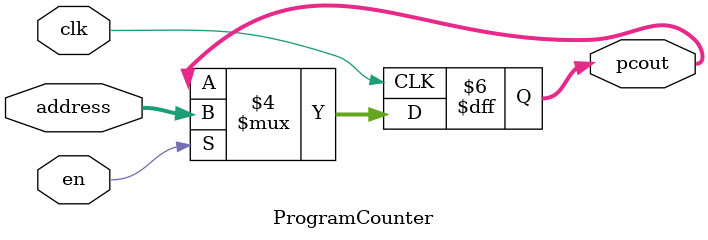
<source format=v>
`timescale 1ns / 1ps
module ProgramCounter(input clk,en,input [31:0] address,output reg [31:0] pcout
    );

	 
initial begin 
	pcout=240;
end


always@(posedge clk) 
begin

		if(en)
		begin
		pcout=address;
		end
		
end

endmodule

</source>
